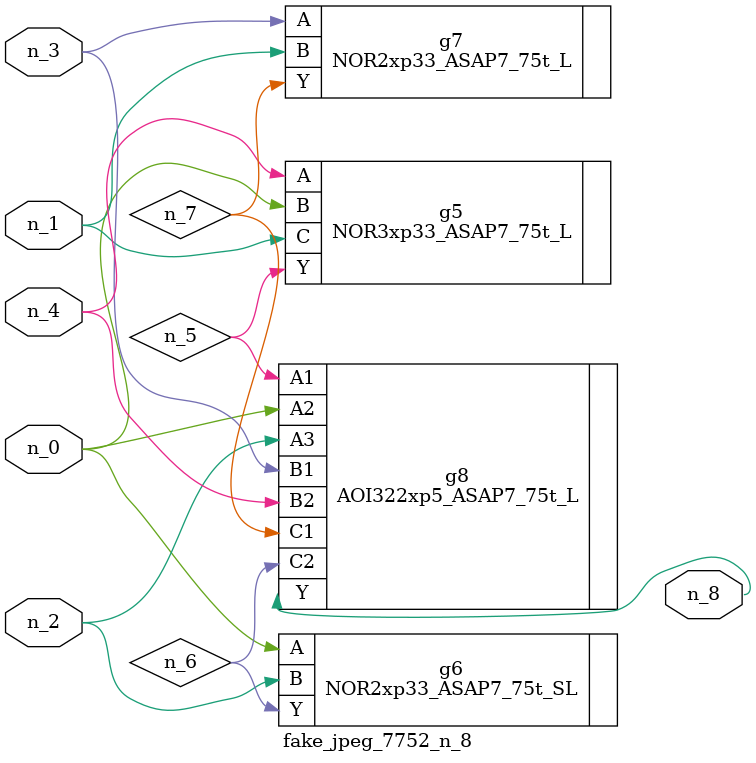
<source format=v>
module fake_jpeg_7752_n_8 (n_3, n_2, n_1, n_0, n_4, n_8);

input n_3;
input n_2;
input n_1;
input n_0;
input n_4;

output n_8;

wire n_6;
wire n_5;
wire n_7;

NOR3xp33_ASAP7_75t_L g5 ( 
.A(n_4),
.B(n_0),
.C(n_1),
.Y(n_5)
);

NOR2xp33_ASAP7_75t_SL g6 ( 
.A(n_0),
.B(n_2),
.Y(n_6)
);

NOR2xp33_ASAP7_75t_L g7 ( 
.A(n_3),
.B(n_1),
.Y(n_7)
);

AOI322xp5_ASAP7_75t_L g8 ( 
.A1(n_5),
.A2(n_0),
.A3(n_2),
.B1(n_3),
.B2(n_4),
.C1(n_7),
.C2(n_6),
.Y(n_8)
);


endmodule
</source>
